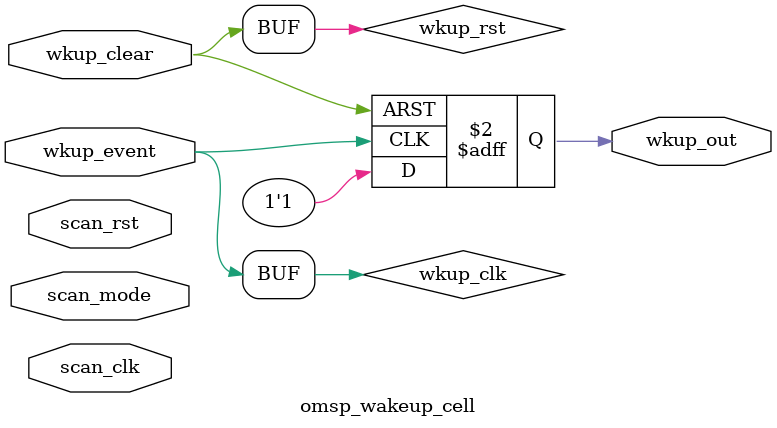
<source format=v>

`ifdef OMSP_NO_INCLUDE
`else
`include "openMSP430_defines.v"
`endif

module  omsp_wakeup_cell (

// OUTPUTs
    wkup_out,                  // Wakup signal (asynchronous)

// INPUTs
    scan_clk,                  // Scan clock
    scan_mode,                 // Scan mode
    scan_rst,                  // Scan reset
    wkup_clear,                // Glitch free wakeup event clear
    wkup_event                 // Glitch free asynchronous wakeup event
);

// OUTPUTs
//=========
output         wkup_out;       // Wakup signal (asynchronous)

// INPUTs
//=========
input          scan_clk;       // Scan clock
input          scan_mode;      // Scan mode
input          scan_rst;       // Scan reset
input          wkup_clear;     // Glitch free wakeup event clear
input          wkup_event;     // Glitch free asynchronous wakeup event


//=============================================================================
// 1)  AND GATE
//=============================================================================

// Scan stuff for the ASIC mode
`ifdef ASIC
   wire wkup_rst;
   omsp_scan_mux scan_mux_rst (
                               .scan_mode    (scan_mode),
                               .data_in_scan (scan_rst),
                               .data_in_func (wkup_clear),
                               .data_out     (wkup_rst)
   );

   wire wkup_clk;
   omsp_scan_mux scan_mux_clk (
                               .scan_mode    (scan_mode),
                               .data_in_scan (scan_clk),
                               .data_in_func (wkup_event),
                               .data_out     (wkup_clk)
   );

`else
   wire wkup_rst  =  wkup_clear;
   wire wkup_clk  =  wkup_event;
`endif

// Wakeup capture
reg    wkup_out;
always @(posedge wkup_clk or posedge wkup_rst)
  if (wkup_rst) wkup_out <= 1'b0;
  else          wkup_out <= 1'b1;


endmodule // omsp_wakeup_cell

`ifdef OMSP_NO_INCLUDE
`else
`include "openMSP430_undefines.v"
`endif

</source>
